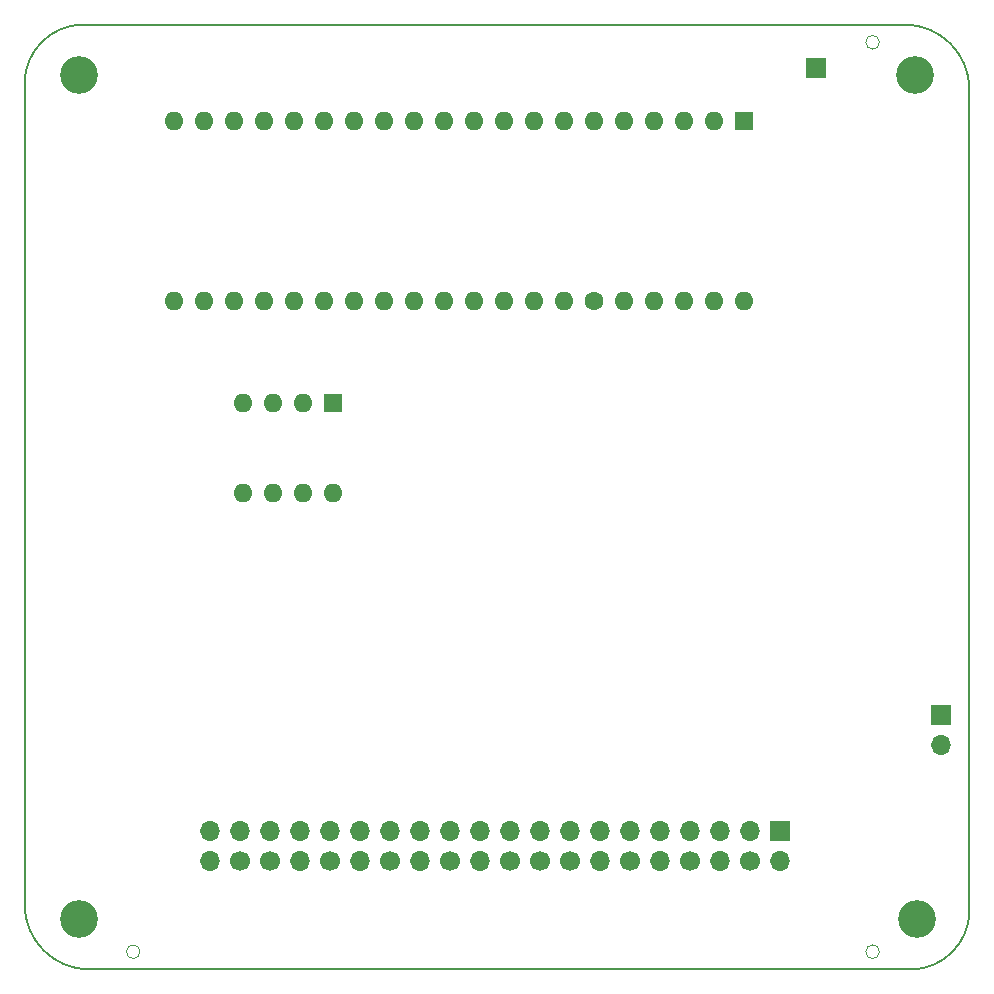
<source format=gbr>
G04 #@! TF.GenerationSoftware,KiCad,Pcbnew,7.0.11*
G04 #@! TF.CreationDate,2025-11-18T22:53:01-08:00*
G04 #@! TF.ProjectId,z2203,7a323230-332e-46b6-9963-61645f706362,rev?*
G04 #@! TF.SameCoordinates,PX3d83120PY6590fa0*
G04 #@! TF.FileFunction,Soldermask,Bot*
G04 #@! TF.FilePolarity,Negative*
%FSLAX46Y46*%
G04 Gerber Fmt 4.6, Leading zero omitted, Abs format (unit mm)*
G04 Created by KiCad (PCBNEW 7.0.11) date 2025-11-18 22:53:01*
%MOMM*%
%LPD*%
G01*
G04 APERTURE LIST*
G04 Aperture macros list*
%AMHorizOval*
0 Thick line with rounded ends*
0 $1 width*
0 $2 $3 position (X,Y) of the first rounded end (center of the circle)*
0 $4 $5 position (X,Y) of the second rounded end (center of the circle)*
0 Add line between two ends*
20,1,$1,$2,$3,$4,$5,0*
0 Add two circle primitives to create the rounded ends*
1,1,$1,$2,$3*
1,1,$1,$4,$5*%
G04 Aperture macros list end*
%ADD10C,3.200000*%
%ADD11R,1.700000X1.700000*%
%ADD12O,1.700000X1.700000*%
%ADD13HorizOval,1.700000X0.000000X0.000000X0.000000X0.000000X0*%
%ADD14R,1.600000X1.600000*%
%ADD15O,1.600000X1.600000*%
%ADD16HorizOval,1.600000X0.000000X0.000000X0.000000X0.000000X0*%
G04 #@! TA.AperFunction,Profile*
%ADD17C,0.150000*%
G04 #@! TD*
G04 #@! TA.AperFunction,Profile*
%ADD18C,0.050000*%
G04 #@! TD*
G04 APERTURE END LIST*
D10*
X76500000Y5900000D03*
X76300000Y77300000D03*
X5500000Y5900000D03*
X5500000Y77300000D03*
D11*
X64860000Y13300000D03*
D12*
X64860000Y10760000D03*
X62320000Y13300000D03*
D13*
X62320000Y10760000D03*
D12*
X59780000Y13300000D03*
X59780000Y10760000D03*
X57240000Y13300000D03*
D13*
X57240000Y10760000D03*
D12*
X54700000Y13300000D03*
X54700000Y10760000D03*
X52160000Y13300000D03*
D13*
X52160000Y10760000D03*
D12*
X49620000Y13300000D03*
X49620000Y10760000D03*
X47080000Y13300000D03*
D13*
X47080000Y10760000D03*
D12*
X44540000Y13300000D03*
D13*
X44540000Y10760000D03*
D12*
X42000000Y13300000D03*
D13*
X42000000Y10760000D03*
D12*
X39460000Y13300000D03*
X39460000Y10760000D03*
X36920000Y13300000D03*
D13*
X36920000Y10760000D03*
D12*
X34380000Y13300000D03*
X34380000Y10760000D03*
X31840000Y13300000D03*
D13*
X31840000Y10760000D03*
D12*
X29300000Y13300000D03*
X29300000Y10760000D03*
X26760000Y13300000D03*
D13*
X26760000Y10760000D03*
D12*
X24220000Y13300000D03*
X24220000Y10760000D03*
X21680000Y13300000D03*
D13*
X21680000Y10760000D03*
D12*
X19140000Y13300000D03*
D13*
X19140000Y10760000D03*
D12*
X16600000Y13300000D03*
X16600000Y10760000D03*
D11*
X78500000Y23175000D03*
D12*
X78500000Y20635000D03*
D14*
X27000000Y49550000D03*
D15*
X24460000Y49550000D03*
X21920000Y49550000D03*
X19380000Y49550000D03*
X19380000Y41930000D03*
X21920000Y41930000D03*
X24460000Y41930000D03*
X27000000Y41930000D03*
D11*
X67900000Y77900000D03*
D14*
X61825000Y73475000D03*
D15*
X59285000Y73475000D03*
X56745000Y73475000D03*
X54205000Y73475000D03*
X51665000Y73475000D03*
X49125000Y73475000D03*
X46585000Y73475000D03*
X44045000Y73475000D03*
X41505000Y73475000D03*
X38965000Y73475000D03*
X36425000Y73475000D03*
X33885000Y73475000D03*
X31345000Y73475000D03*
X28805000Y73475000D03*
X26265000Y73475000D03*
X23725000Y73475000D03*
X21185000Y73475000D03*
X18645000Y73475000D03*
X16105000Y73475000D03*
X13565000Y73475000D03*
X13565000Y58235000D03*
X16105000Y58235000D03*
X18645000Y58235000D03*
X21185000Y58235000D03*
X23725000Y58235000D03*
X26265000Y58235000D03*
X28805000Y58235000D03*
X31345000Y58235000D03*
X33885000Y58235000D03*
X36425000Y58235000D03*
X38965000Y58235000D03*
X41505000Y58235000D03*
X44045000Y58235000D03*
X46585000Y58235000D03*
D16*
X49125000Y58235000D03*
D15*
X51665000Y58235000D03*
X54205000Y58235000D03*
X56745000Y58235000D03*
X59285000Y58235000D03*
X61825000Y58235000D03*
D17*
X900000Y7100000D02*
G75*
G03*
X6400000Y1600000I5500000J0D01*
G01*
X75900000Y1600000D02*
G75*
G03*
X80900000Y6600000I0J5000000D01*
G01*
X75900000Y1600000D02*
X6400000Y1600000D01*
X5900000Y81600000D02*
G75*
G03*
X900000Y76600000I0J-5000000D01*
G01*
X80900000Y76100000D02*
G75*
G03*
X75400000Y81600000I-5500000J0D01*
G01*
X5900000Y81600000D02*
X75400000Y81600000D01*
X80900000Y6600000D02*
X80900000Y76100000D01*
X900000Y76600000D02*
X900000Y7100000D01*
D18*
X10676000Y3100000D02*
G75*
G03*
X9524000Y3100000I-576000J0D01*
G01*
X9524000Y3100000D02*
G75*
G03*
X10676000Y3100000I576000J0D01*
G01*
X73276000Y80100000D02*
G75*
G03*
X72124000Y80100000I-576000J0D01*
G01*
X72124000Y80100000D02*
G75*
G03*
X73276000Y80100000I576000J0D01*
G01*
X73276000Y3100000D02*
G75*
G03*
X72124000Y3100000I-576000J0D01*
G01*
X72124000Y3100000D02*
G75*
G03*
X73276000Y3100000I576000J0D01*
G01*
M02*

</source>
